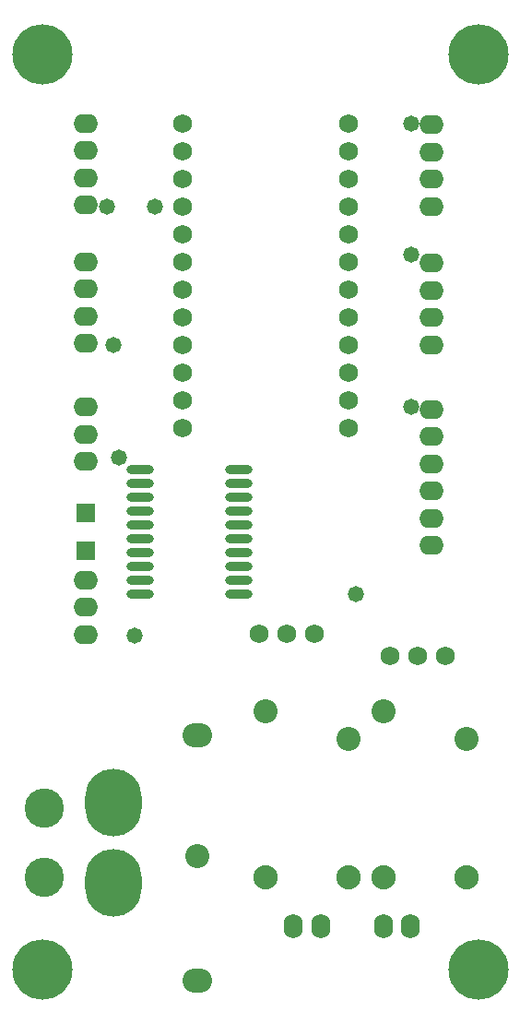
<source format=gbs>
G04 Layer_Color=16711935*
%FSLAX25Y25*%
%MOIN*%
G70*
G01*
G75*
%ADD30R,0.06706X0.06706*%
%ADD32O,0.10642X0.08674*%
%ADD33C,0.08674*%
%ADD34O,0.06800X0.08800*%
%ADD35C,0.21745*%
%ADD36C,0.08800*%
%ADD37C,0.06800*%
%ADD38O,0.20485X0.24422*%
%ADD39C,0.14186*%
%ADD40O,0.08800X0.06800*%
%ADD41C,0.05800*%
%ADD42O,0.09855X0.03162*%
D30*
X27500Y176890D02*
D03*
Y163110D02*
D03*
D32*
X67638Y96614D02*
D03*
Y7638D02*
D03*
D33*
Y52638D02*
D03*
X92500Y105000D02*
D03*
X122500Y95000D02*
D03*
X135000Y105000D02*
D03*
X165000Y95000D02*
D03*
D34*
X144843Y27500D02*
D03*
X135000D02*
D03*
X112343D02*
D03*
X102500D02*
D03*
D35*
X11811Y342520D02*
D03*
X169291D02*
D03*
X11811Y11811D02*
D03*
X169291Y11811D02*
D03*
D36*
X122500Y45000D02*
D03*
X92500D02*
D03*
X165000D02*
D03*
X135000D02*
D03*
D37*
X137500Y125000D02*
D03*
X147500D02*
D03*
X157500D02*
D03*
X90000Y133000D02*
D03*
X100000D02*
D03*
X110000D02*
D03*
X62500Y317500D02*
D03*
Y307500D02*
D03*
Y297500D02*
D03*
Y287500D02*
D03*
Y277500D02*
D03*
Y267500D02*
D03*
Y257500D02*
D03*
Y247500D02*
D03*
Y237500D02*
D03*
Y227500D02*
D03*
Y217500D02*
D03*
Y207500D02*
D03*
X122500D02*
D03*
Y217500D02*
D03*
Y227500D02*
D03*
Y237500D02*
D03*
Y247500D02*
D03*
Y257500D02*
D03*
Y267500D02*
D03*
Y277500D02*
D03*
Y287500D02*
D03*
Y297500D02*
D03*
Y307500D02*
D03*
Y317500D02*
D03*
D38*
X37500Y43031D02*
D03*
Y71969D02*
D03*
D39*
X12500Y70000D02*
D03*
Y45000D02*
D03*
D40*
X27500Y132815D02*
D03*
Y142657D02*
D03*
Y152500D02*
D03*
X152500Y267028D02*
D03*
Y257185D02*
D03*
Y247342D02*
D03*
Y237500D02*
D03*
Y317028D02*
D03*
Y307185D02*
D03*
Y297342D02*
D03*
Y287500D02*
D03*
X27500Y237972D02*
D03*
Y247815D02*
D03*
Y257658D02*
D03*
Y267500D02*
D03*
Y287972D02*
D03*
Y297815D02*
D03*
Y307658D02*
D03*
Y317500D02*
D03*
X152500Y214213D02*
D03*
Y204370D02*
D03*
Y194528D02*
D03*
Y184685D02*
D03*
Y174843D02*
D03*
Y165000D02*
D03*
X27500Y195315D02*
D03*
Y205157D02*
D03*
Y215000D02*
D03*
D41*
X145000Y317500D02*
D03*
Y270000D02*
D03*
X52500Y287500D02*
D03*
X35000D02*
D03*
X145000Y215000D02*
D03*
X37500Y237500D02*
D03*
X125000Y147500D02*
D03*
X45000Y132500D02*
D03*
X39370Y196850D02*
D03*
D42*
X47087Y147500D02*
D03*
Y152500D02*
D03*
Y157500D02*
D03*
Y162500D02*
D03*
Y167500D02*
D03*
Y172500D02*
D03*
Y177500D02*
D03*
Y182500D02*
D03*
Y187500D02*
D03*
Y192500D02*
D03*
X82913Y147500D02*
D03*
Y152500D02*
D03*
Y157500D02*
D03*
Y162500D02*
D03*
Y167500D02*
D03*
Y172500D02*
D03*
Y177500D02*
D03*
Y182500D02*
D03*
Y187500D02*
D03*
Y192500D02*
D03*
M02*

</source>
